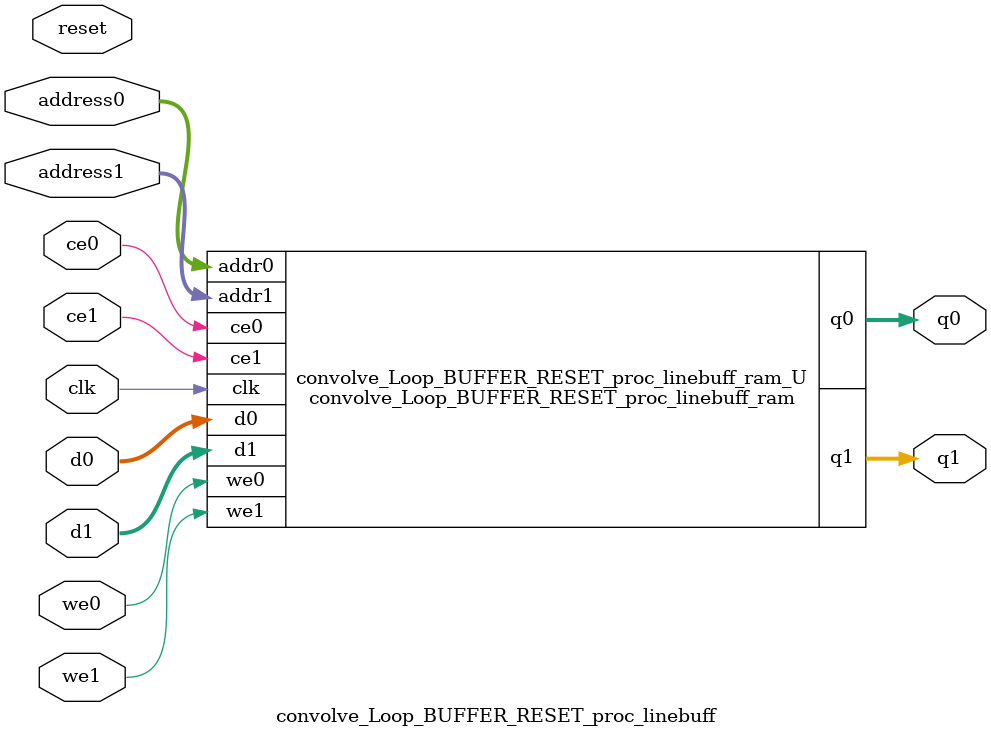
<source format=v>

`timescale 1 ns / 1 ps
module convolve_Loop_BUFFER_RESET_proc_linebuff_ram (addr0, ce0, d0, we0, q0, addr1, ce1, d1, we1, q1,  clk);

parameter DWIDTH = 8;
parameter AWIDTH = 7;
parameter MEM_SIZE = 117;

input[AWIDTH-1:0] addr0;
input ce0;
input[DWIDTH-1:0] d0;
input we0;
output reg[DWIDTH-1:0] q0;
input[AWIDTH-1:0] addr1;
input ce1;
input[DWIDTH-1:0] d1;
input we1;
output reg[DWIDTH-1:0] q1;
input clk;

(* ram_style = "block" *)reg [DWIDTH-1:0] ram[MEM_SIZE-1:0];




always @(posedge clk)  
begin 
    if (ce0) 
    begin
        if (we0) 
        begin 
            ram[addr0] <= d0; 
            q0 <= d0;
        end 
        else 
            q0 <= ram[addr0];
    end
end


always @(posedge clk)  
begin 
    if (ce1) 
    begin
        if (we1) 
        begin 
            ram[addr1] <= d1; 
            q1 <= d1;
        end 
        else 
            q1 <= ram[addr1];
    end
end


endmodule


`timescale 1 ns / 1 ps
module convolve_Loop_BUFFER_RESET_proc_linebuff(
    reset,
    clk,
    address0,
    ce0,
    we0,
    d0,
    q0,
    address1,
    ce1,
    we1,
    d1,
    q1);

parameter DataWidth = 32'd8;
parameter AddressRange = 32'd117;
parameter AddressWidth = 32'd7;
input reset;
input clk;
input[AddressWidth - 1:0] address0;
input ce0;
input we0;
input[DataWidth - 1:0] d0;
output[DataWidth - 1:0] q0;
input[AddressWidth - 1:0] address1;
input ce1;
input we1;
input[DataWidth - 1:0] d1;
output[DataWidth - 1:0] q1;



convolve_Loop_BUFFER_RESET_proc_linebuff_ram convolve_Loop_BUFFER_RESET_proc_linebuff_ram_U(
    .clk( clk ),
    .addr0( address0 ),
    .ce0( ce0 ),
    .d0( d0 ),
    .we0( we0 ),
    .q0( q0 ),
    .addr1( address1 ),
    .ce1( ce1 ),
    .d1( d1 ),
    .we1( we1 ),
    .q1( q1 ));

endmodule


</source>
